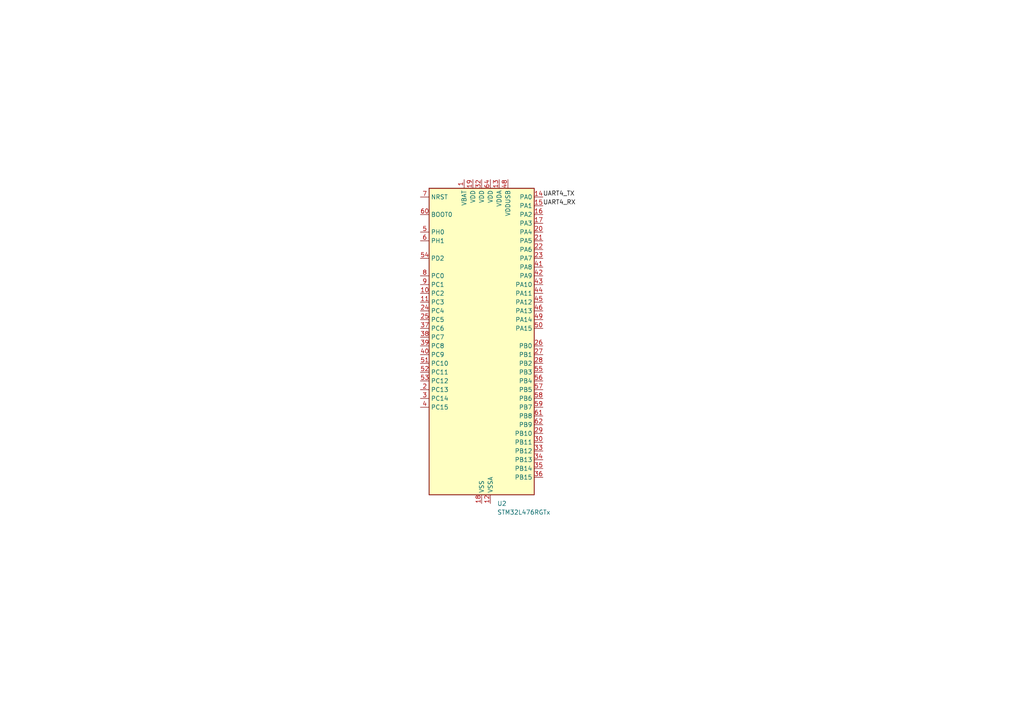
<source format=kicad_sch>
(kicad_sch (version 20230121) (generator eeschema)
  (paper "A4")
  (lib_symbols
    (symbol "MCU_ST_STM32L4:STM32L476RGTx"
      (property "Reference" "U" (at -15.24 46.99 0))
      (property "Value" "STM32L476RGTx" (at 10.16 46.99 0))
      (symbol "STM32L476RGTx_0_1"
        (rectangle (start -15.24 -43.18) (end 15.24 45.72) (stroke (width 0.254)) (fill (type background)))
      )
      (symbol "STM32L476RGTx_1_1"
        (pin power_in line (at -5.08 48.26 270) (length 2.54) (name "VBAT") (number "1"))
        (pin bidirectional line (at -17.78 15.24 0) (length 2.54) (name "PC2") (number "10"))
        (pin bidirectional line (at -17.78 12.7 0) (length 2.54) (name "PC3") (number "11"))
        (pin power_in line (at 2.54 -45.72 90) (length 2.54) (name "VSSA") (number "12"))
        (pin power_in line (at 5.08 48.26 270) (length 2.54) (name "VDDA") (number "13"))
        (pin bidirectional line (at 17.78 43.18 180) (length 2.54) (name "PA0") (number "14"))
        (pin bidirectional line (at 17.78 40.64 180) (length 2.54) (name "PA1") (number "15"))
        (pin bidirectional line (at 17.78 38.1 180) (length 2.54) (name "PA2") (number "16"))
        (pin bidirectional line (at 17.78 35.56 180) (length 2.54) (name "PA3") (number "17"))
        (pin power_in line (at 0 -45.72 90) (length 2.54) (name "VSS") (number "18"))
        (pin power_in line (at -2.54 48.26 270) (length 2.54) (name "VDD") (number "19"))
        (pin bidirectional line (at -17.78 -12.7 0) (length 2.54) (name "PC13") (number "2"))
        (pin bidirectional line (at 17.78 33.02 180) (length 2.54) (name "PA4") (number "20"))
        (pin bidirectional line (at 17.78 30.48 180) (length 2.54) (name "PA5") (number "21"))
        (pin bidirectional line (at 17.78 27.94 180) (length 2.54) (name "PA6") (number "22"))
        (pin bidirectional line (at 17.78 25.4 180) (length 2.54) (name "PA7") (number "23"))
        (pin bidirectional line (at -17.78 10.16 0) (length 2.54) (name "PC4") (number "24"))
        (pin bidirectional line (at -17.78 7.62 0) (length 2.54) (name "PC5") (number "25"))
        (pin bidirectional line (at 17.78 0 180) (length 2.54) (name "PB0") (number "26"))
        (pin bidirectional line (at 17.78 -2.54 180) (length 2.54) (name "PB1") (number "27"))
        (pin bidirectional line (at 17.78 -5.08 180) (length 2.54) (name "PB2") (number "28"))
        (pin bidirectional line (at 17.78 -25.4 180) (length 2.54) (name "PB10") (number "29"))
        (pin bidirectional line (at -17.78 -15.24 0) (length 2.54) (name "PC14") (number "3"))
        (pin bidirectional line (at 17.78 -27.94 180) (length 2.54) (name "PB11") (number "30"))
        (pin passive line (at 0 -45.72 90) (length 2.54) hide (name "VSS") (number "31"))
        (pin power_in line (at 0 48.26 270) (length 2.54) (name "VDD") (number "32"))
        (pin bidirectional line (at 17.78 -30.48 180) (length 2.54) (name "PB12") (number "33"))
        (pin bidirectional line (at 17.78 -33.02 180) (length 2.54) (name "PB13") (number "34"))
        (pin bidirectional line (at 17.78 -35.56 180) (length 2.54) (name "PB14") (number "35"))
        (pin bidirectional line (at 17.78 -38.1 180) (length 2.54) (name "PB15") (number "36"))
        (pin bidirectional line (at -17.78 5.08 0) (length 2.54) (name "PC6") (number "37"))
        (pin bidirectional line (at -17.78 2.54 0) (length 2.54) (name "PC7") (number "38"))
        (pin bidirectional line (at -17.78 0 0) (length 2.54) (name "PC8") (number "39"))
        (pin bidirectional line (at -17.78 -17.78 0) (length 2.54) (name "PC15") (number "4"))
        (pin bidirectional line (at -17.78 -2.54 0) (length 2.54) (name "PC9") (number "40"))
        (pin bidirectional line (at 17.78 22.86 180) (length 2.54) (name "PA8") (number "41"))
        (pin bidirectional line (at 17.78 20.32 180) (length 2.54) (name "PA9") (number "42"))
        (pin bidirectional line (at 17.78 17.78 180) (length 2.54) (name "PA10") (number "43"))
        (pin bidirectional line (at 17.78 15.24 180) (length 2.54) (name "PA11") (number "44"))
        (pin bidirectional line (at 17.78 12.7 180) (length 2.54) (name "PA12") (number "45"))
        (pin bidirectional line (at 17.78 10.16 180) (length 2.54) (name "PA13") (number "46"))
        (pin passive line (at 0 -45.72 90) (length 2.54) hide (name "VSS") (number "47"))
        (pin power_in line (at 7.62 48.26 270) (length 2.54) (name "VDDUSB") (number "48"))
        (pin bidirectional line (at 17.78 7.62 180) (length 2.54) (name "PA14") (number "49"))
        (pin bidirectional line (at -17.78 33.02 0) (length 2.54) (name "PH0") (number "5"))
        (pin bidirectional line (at 17.78 5.08 180) (length 2.54) (name "PA15") (number "50"))
        (pin bidirectional line (at -17.78 -5.08 0) (length 2.54) (name "PC10") (number "51"))
        (pin bidirectional line (at -17.78 -7.62 0) (length 2.54) (name "PC11") (number "52"))
        (pin bidirectional line (at -17.78 -10.16 0) (length 2.54) (name "PC12") (number "53"))
        (pin bidirectional line (at -17.78 25.4 0) (length 2.54) (name "PD2") (number "54"))
        (pin bidirectional line (at 17.78 -7.62 180) (length 2.54) (name "PB3") (number "55"))
        (pin bidirectional line (at 17.78 -10.16 180) (length 2.54) (name "PB4") (number "56"))
        (pin bidirectional line (at 17.78 -12.7 180) (length 2.54) (name "PB5") (number "57"))
        (pin bidirectional line (at 17.78 -15.24 180) (length 2.54) (name "PB6") (number "58"))
        (pin bidirectional line (at 17.78 -17.78 180) (length 2.54) (name "PB7") (number "59"))
        (pin bidirectional line (at -17.78 30.48 0) (length 2.54) (name "PH1") (number "6"))
        (pin input line (at -17.78 38.1 0) (length 2.54) (name "BOOT0") (number "60"))
        (pin bidirectional line (at 17.78 -20.32 180) (length 2.54) (name "PB8") (number "61"))
        (pin bidirectional line (at 17.78 -22.86 180) (length 2.54) (name "PB9") (number "62"))
        (pin passive line (at 0 -45.72 90) (length 2.54) hide (name "VSS") (number "63"))
        (pin power_in line (at 2.54 48.26 270) (length 2.54) (name "VDD") (number "64"))
        (pin input line (at -17.78 43.18 0) (length 2.54) (name "NRST") (number "7"))
        (pin bidirectional line (at -17.78 20.32 0) (length 2.54) (name "PC0") (number "8"))
        (pin bidirectional line (at -17.78 17.78 0) (length 2.54) (name "PC1") (number "9"))
      )
    )
  )
  (label "UART4_RX" (at 157.48 59.69 0))
  (label "UART4_TX" (at 157.48 57.15 0))
  (symbol (lib_id "MCU_ST_STM32L4:STM32L476RGTx") (at 139.7 100.33 0) (unit 1)
    (property "Reference" "U2" (at 144.1959 146.05 0) (effects (justify left)))
    (property "Value" "STM32L476RGTx" (at 144.1959 148.59 0) (effects (justify left)))
    (property "Footprint" "Package_QFP:LQFP-64_10x10mm_P0.5mm" (effects hide))
    (property "Datasheet" "https://www.st.com/resource/en/datasheet/stm32l476rg.pdf" (effects hide))
  )
)
</source>
